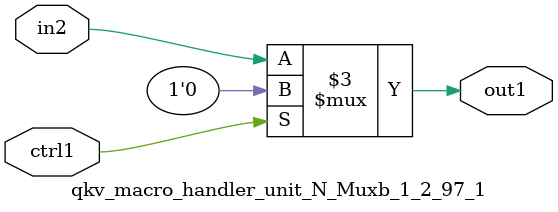
<source format=v>

`timescale 1ps / 1ps


module qkv_macro_handler_unit_N_Muxb_1_2_97_1( in2, ctrl1, out1 );

    input in2;
    input ctrl1;
    output out1;
    reg out1;

    
    // rtl_process:qkv_macro_handler_unit_N_Muxb_1_2_97_1/qkv_macro_handler_unit_N_Muxb_1_2_97_1_thread_1
    always @*
      begin : qkv_macro_handler_unit_N_Muxb_1_2_97_1_thread_1
        case (ctrl1) 
          1'b1: 
            begin
              out1 = 1'b0;
            end
          default: 
            begin
              out1 = in2;
            end
        endcase
      end

endmodule



</source>
